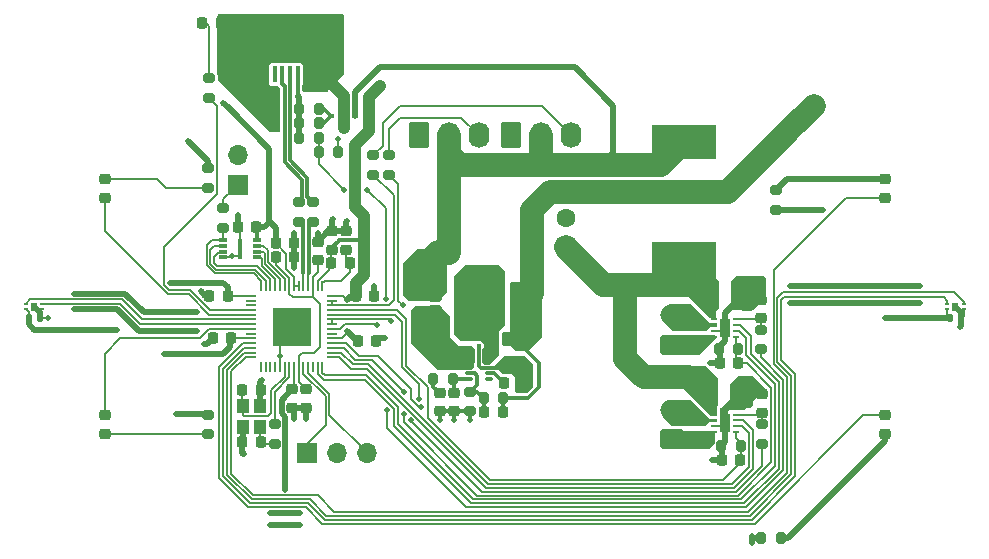
<source format=gtl>
G04 #@! TF.GenerationSoftware,KiCad,Pcbnew,(6.0.7)*
G04 #@! TF.CreationDate,2022-10-27T11:37:51+02:00*
G04 #@! TF.ProjectId,DualValveCon,4475616c-5661-46c7-9665-436f6e2e6b69,rev?*
G04 #@! TF.SameCoordinates,Original*
G04 #@! TF.FileFunction,Copper,L1,Top*
G04 #@! TF.FilePolarity,Positive*
%FSLAX46Y46*%
G04 Gerber Fmt 4.6, Leading zero omitted, Abs format (unit mm)*
G04 Created by KiCad (PCBNEW (6.0.7)) date 2022-10-27 11:37:51*
%MOMM*%
%LPD*%
G01*
G04 APERTURE LIST*
G04 Aperture macros list*
%AMRoundRect*
0 Rectangle with rounded corners*
0 $1 Rounding radius*
0 $2 $3 $4 $5 $6 $7 $8 $9 X,Y pos of 4 corners*
0 Add a 4 corners polygon primitive as box body*
4,1,4,$2,$3,$4,$5,$6,$7,$8,$9,$2,$3,0*
0 Add four circle primitives for the rounded corners*
1,1,$1+$1,$2,$3*
1,1,$1+$1,$4,$5*
1,1,$1+$1,$6,$7*
1,1,$1+$1,$8,$9*
0 Add four rect primitives between the rounded corners*
20,1,$1+$1,$2,$3,$4,$5,0*
20,1,$1+$1,$4,$5,$6,$7,0*
20,1,$1+$1,$6,$7,$8,$9,0*
20,1,$1+$1,$8,$9,$2,$3,0*%
G04 Aperture macros list end*
G04 #@! TA.AperFunction,SMDPad,CuDef*
%ADD10RoundRect,0.250000X0.325000X1.100000X-0.325000X1.100000X-0.325000X-1.100000X0.325000X-1.100000X0*%
G04 #@! TD*
G04 #@! TA.AperFunction,SMDPad,CuDef*
%ADD11RoundRect,0.050000X-0.387500X-0.050000X0.387500X-0.050000X0.387500X0.050000X-0.387500X0.050000X0*%
G04 #@! TD*
G04 #@! TA.AperFunction,SMDPad,CuDef*
%ADD12RoundRect,0.050000X-0.050000X-0.387500X0.050000X-0.387500X0.050000X0.387500X-0.050000X0.387500X0*%
G04 #@! TD*
G04 #@! TA.AperFunction,SMDPad,CuDef*
%ADD13R,3.200000X3.200000*%
G04 #@! TD*
G04 #@! TA.AperFunction,SMDPad,CuDef*
%ADD14RoundRect,0.200000X-0.275000X0.200000X-0.275000X-0.200000X0.275000X-0.200000X0.275000X0.200000X0*%
G04 #@! TD*
G04 #@! TA.AperFunction,ComponentPad*
%ADD15RoundRect,0.250000X0.750000X-0.600000X0.750000X0.600000X-0.750000X0.600000X-0.750000X-0.600000X0*%
G04 #@! TD*
G04 #@! TA.AperFunction,ComponentPad*
%ADD16O,2.000000X1.700000*%
G04 #@! TD*
G04 #@! TA.AperFunction,SMDPad,CuDef*
%ADD17RoundRect,0.250000X-0.325000X-0.650000X0.325000X-0.650000X0.325000X0.650000X-0.325000X0.650000X0*%
G04 #@! TD*
G04 #@! TA.AperFunction,SMDPad,CuDef*
%ADD18RoundRect,0.225000X0.225000X0.250000X-0.225000X0.250000X-0.225000X-0.250000X0.225000X-0.250000X0*%
G04 #@! TD*
G04 #@! TA.AperFunction,SMDPad,CuDef*
%ADD19RoundRect,0.218750X0.218750X0.256250X-0.218750X0.256250X-0.218750X-0.256250X0.218750X-0.256250X0*%
G04 #@! TD*
G04 #@! TA.AperFunction,SMDPad,CuDef*
%ADD20RoundRect,0.225000X-0.225000X-0.250000X0.225000X-0.250000X0.225000X0.250000X-0.225000X0.250000X0*%
G04 #@! TD*
G04 #@! TA.AperFunction,SMDPad,CuDef*
%ADD21R,0.750000X0.300000*%
G04 #@! TD*
G04 #@! TA.AperFunction,SMDPad,CuDef*
%ADD22R,0.300000X1.700000*%
G04 #@! TD*
G04 #@! TA.AperFunction,ComponentPad*
%ADD23RoundRect,0.250000X-0.620000X-0.845000X0.620000X-0.845000X0.620000X0.845000X-0.620000X0.845000X0*%
G04 #@! TD*
G04 #@! TA.AperFunction,ComponentPad*
%ADD24O,1.740000X2.190000*%
G04 #@! TD*
G04 #@! TA.AperFunction,SMDPad,CuDef*
%ADD25R,1.000000X1.150000*%
G04 #@! TD*
G04 #@! TA.AperFunction,SMDPad,CuDef*
%ADD26R,0.400000X1.400000*%
G04 #@! TD*
G04 #@! TA.AperFunction,ComponentPad*
%ADD27O,1.050000X1.900000*%
G04 #@! TD*
G04 #@! TA.AperFunction,SMDPad,CuDef*
%ADD28R,1.150000X1.450000*%
G04 #@! TD*
G04 #@! TA.AperFunction,SMDPad,CuDef*
%ADD29R,1.750000X1.900000*%
G04 #@! TD*
G04 #@! TA.AperFunction,SMDPad,CuDef*
%ADD30RoundRect,0.218750X0.256250X-0.218750X0.256250X0.218750X-0.256250X0.218750X-0.256250X-0.218750X0*%
G04 #@! TD*
G04 #@! TA.AperFunction,SMDPad,CuDef*
%ADD31RoundRect,0.200000X0.275000X-0.200000X0.275000X0.200000X-0.275000X0.200000X-0.275000X-0.200000X0*%
G04 #@! TD*
G04 #@! TA.AperFunction,SMDPad,CuDef*
%ADD32RoundRect,0.218750X-0.256250X0.218750X-0.256250X-0.218750X0.256250X-0.218750X0.256250X0.218750X0*%
G04 #@! TD*
G04 #@! TA.AperFunction,SMDPad,CuDef*
%ADD33RoundRect,0.055000X-0.145000X-0.055000X0.145000X-0.055000X0.145000X0.055000X-0.145000X0.055000X0*%
G04 #@! TD*
G04 #@! TA.AperFunction,SMDPad,CuDef*
%ADD34RoundRect,0.137500X-0.137500X-0.237500X0.137500X-0.237500X0.137500X0.237500X-0.137500X0.237500X0*%
G04 #@! TD*
G04 #@! TA.AperFunction,SMDPad,CuDef*
%ADD35RoundRect,0.140000X-0.140000X-0.170000X0.140000X-0.170000X0.140000X0.170000X-0.140000X0.170000X0*%
G04 #@! TD*
G04 #@! TA.AperFunction,SMDPad,CuDef*
%ADD36R,0.600000X0.450000*%
G04 #@! TD*
G04 #@! TA.AperFunction,SMDPad,CuDef*
%ADD37RoundRect,0.200000X0.200000X0.275000X-0.200000X0.275000X-0.200000X-0.275000X0.200000X-0.275000X0*%
G04 #@! TD*
G04 #@! TA.AperFunction,SMDPad,CuDef*
%ADD38RoundRect,0.250000X0.850000X-0.375000X0.850000X0.375000X-0.850000X0.375000X-0.850000X-0.375000X0*%
G04 #@! TD*
G04 #@! TA.AperFunction,SMDPad,CuDef*
%ADD39RoundRect,0.225000X-0.250000X0.225000X-0.250000X-0.225000X0.250000X-0.225000X0.250000X0.225000X0*%
G04 #@! TD*
G04 #@! TA.AperFunction,ComponentPad*
%ADD40R,1.700000X1.700000*%
G04 #@! TD*
G04 #@! TA.AperFunction,ComponentPad*
%ADD41O,1.700000X1.700000*%
G04 #@! TD*
G04 #@! TA.AperFunction,SMDPad,CuDef*
%ADD42R,0.500000X0.250000*%
G04 #@! TD*
G04 #@! TA.AperFunction,SMDPad,CuDef*
%ADD43R,0.900000X1.600000*%
G04 #@! TD*
G04 #@! TA.AperFunction,SMDPad,CuDef*
%ADD44RoundRect,0.225000X0.250000X-0.225000X0.250000X0.225000X-0.250000X0.225000X-0.250000X-0.225000X0*%
G04 #@! TD*
G04 #@! TA.AperFunction,SMDPad,CuDef*
%ADD45RoundRect,0.200000X-0.200000X-0.275000X0.200000X-0.275000X0.200000X0.275000X-0.200000X0.275000X0*%
G04 #@! TD*
G04 #@! TA.AperFunction,SMDPad,CuDef*
%ADD46R,5.400000X2.900000*%
G04 #@! TD*
G04 #@! TA.AperFunction,SMDPad,CuDef*
%ADD47RoundRect,0.200000X-0.200000X-0.525000X0.200000X-0.525000X0.200000X0.525000X-0.200000X0.525000X0*%
G04 #@! TD*
G04 #@! TA.AperFunction,SMDPad,CuDef*
%ADD48RoundRect,0.075000X-0.225000X-0.075000X0.225000X-0.075000X0.225000X0.075000X-0.225000X0.075000X0*%
G04 #@! TD*
G04 #@! TA.AperFunction,SMDPad,CuDef*
%ADD49RoundRect,0.075000X-0.075000X-0.787500X0.075000X-0.787500X0.075000X0.787500X-0.075000X0.787500X0*%
G04 #@! TD*
G04 #@! TA.AperFunction,SMDPad,CuDef*
%ADD50RoundRect,0.218750X0.381250X-0.218750X0.381250X0.218750X-0.381250X0.218750X-0.381250X-0.218750X0*%
G04 #@! TD*
G04 #@! TA.AperFunction,ComponentPad*
%ADD51R,1.600000X1.600000*%
G04 #@! TD*
G04 #@! TA.AperFunction,ComponentPad*
%ADD52C,1.600000*%
G04 #@! TD*
G04 #@! TA.AperFunction,ViaPad*
%ADD53C,0.500000*%
G04 #@! TD*
G04 #@! TA.AperFunction,Conductor*
%ADD54C,0.127000*%
G04 #@! TD*
G04 #@! TA.AperFunction,Conductor*
%ADD55C,0.200000*%
G04 #@! TD*
G04 #@! TA.AperFunction,Conductor*
%ADD56C,0.500000*%
G04 #@! TD*
G04 #@! TA.AperFunction,Conductor*
%ADD57C,0.300000*%
G04 #@! TD*
G04 #@! TA.AperFunction,Conductor*
%ADD58C,1.000000*%
G04 #@! TD*
G04 #@! TA.AperFunction,Conductor*
%ADD59C,2.000000*%
G04 #@! TD*
G04 APERTURE END LIST*
D10*
X157900000Y-88250000D03*
X154950000Y-88250000D03*
D11*
X139362500Y-86100000D03*
X139362500Y-86500000D03*
X139362500Y-86900000D03*
X139362500Y-87300000D03*
X139362500Y-87700000D03*
X139362500Y-88100000D03*
X139362500Y-88500000D03*
X139362500Y-88900000D03*
X139362500Y-89300000D03*
X139362500Y-89700000D03*
X139362500Y-90100000D03*
X139362500Y-90500000D03*
X139362500Y-90900000D03*
X139362500Y-91300000D03*
D12*
X140200000Y-92137500D03*
X140600000Y-92137500D03*
X141000000Y-92137500D03*
X141400000Y-92137500D03*
X141800000Y-92137500D03*
X142200000Y-92137500D03*
X142600000Y-92137500D03*
X143000000Y-92137500D03*
X143400000Y-92137500D03*
X143800000Y-92137500D03*
X144200000Y-92137500D03*
X144600000Y-92137500D03*
X145000000Y-92137500D03*
X145400000Y-92137500D03*
D11*
X146237500Y-91300000D03*
X146237500Y-90900000D03*
X146237500Y-90500000D03*
X146237500Y-90100000D03*
X146237500Y-89700000D03*
X146237500Y-89300000D03*
X146237500Y-88900000D03*
X146237500Y-88500000D03*
X146237500Y-88100000D03*
X146237500Y-87700000D03*
X146237500Y-87300000D03*
X146237500Y-86900000D03*
X146237500Y-86500000D03*
X146237500Y-86100000D03*
D12*
X145400000Y-85262500D03*
X145000000Y-85262500D03*
X144600000Y-85262500D03*
X144200000Y-85262500D03*
X143800000Y-85262500D03*
X143400000Y-85262500D03*
X143000000Y-85262500D03*
X142600000Y-85262500D03*
X142200000Y-85262500D03*
X141800000Y-85262500D03*
X141400000Y-85262500D03*
X141000000Y-85262500D03*
X140600000Y-85262500D03*
X140200000Y-85262500D03*
D13*
X142800000Y-88700000D03*
D14*
X143400000Y-78175000D03*
X143400000Y-79825000D03*
D15*
X175000000Y-98250000D03*
D16*
X175000000Y-95750000D03*
D17*
X159350000Y-87950000D03*
X162300000Y-87950000D03*
D10*
X181242500Y-94200000D03*
X178292500Y-94200000D03*
D18*
X139775000Y-80300000D03*
X138225000Y-80300000D03*
D19*
X147700000Y-83300000D03*
X146125000Y-83300000D03*
D20*
X141475000Y-82800000D03*
X143025000Y-82800000D03*
D21*
X136950000Y-81350000D03*
X136950000Y-81850000D03*
X136950000Y-82350000D03*
X136950000Y-82850000D03*
X139850000Y-82850000D03*
X139850000Y-82350000D03*
X139850000Y-81850000D03*
X139850000Y-81350000D03*
D22*
X138400000Y-82100000D03*
D14*
X149700000Y-74175000D03*
X149700000Y-75825000D03*
D23*
X161400000Y-72520000D03*
D24*
X163940000Y-72520000D03*
X166480000Y-72520000D03*
D25*
X138700000Y-95425000D03*
X138700000Y-97175000D03*
X140100000Y-97175000D03*
X140100000Y-95425000D03*
D26*
X143300000Y-67350000D03*
X142650000Y-67350000D03*
X142000000Y-67350000D03*
X141350000Y-67350000D03*
X140700000Y-67350000D03*
D27*
X138425000Y-64700000D03*
X145575000Y-64700000D03*
D28*
X144320000Y-66930000D03*
D29*
X140875000Y-64700000D03*
X143125000Y-64700000D03*
D28*
X139680000Y-66930000D03*
D30*
X127000000Y-97787500D03*
X127000000Y-96212500D03*
D18*
X180575000Y-91800000D03*
X179025000Y-91800000D03*
D20*
X138625000Y-94100000D03*
X140175000Y-94100000D03*
D31*
X135700000Y-97825000D03*
X135700000Y-96175000D03*
D15*
X175000000Y-90250000D03*
D16*
X175000000Y-87750000D03*
D32*
X127000000Y-76212500D03*
X127000000Y-77787500D03*
D33*
X198300000Y-87250000D03*
X199700000Y-87250000D03*
X199700000Y-86750000D03*
X198300000Y-86750000D03*
D34*
X199000000Y-87000000D03*
D35*
X120520000Y-88000000D03*
X121480000Y-88000000D03*
D14*
X182600000Y-96975000D03*
X182600000Y-98625000D03*
D18*
X180775000Y-100000000D03*
X179225000Y-100000000D03*
D36*
X148200000Y-70900000D03*
X146100000Y-70900000D03*
D14*
X144600000Y-78175000D03*
X144600000Y-79825000D03*
D30*
X193000000Y-97787500D03*
X193000000Y-96212500D03*
D37*
X180825000Y-98800000D03*
X179175000Y-98800000D03*
D32*
X193000000Y-76212500D03*
X193000000Y-77787500D03*
D38*
X161725000Y-91925000D03*
X161725000Y-89775000D03*
D35*
X198520000Y-88000000D03*
X199480000Y-88000000D03*
D20*
X148225000Y-86100000D03*
X149775000Y-86100000D03*
D39*
X144000000Y-94025000D03*
X144000000Y-95575000D03*
D40*
X144075000Y-99400000D03*
D41*
X146615000Y-99400000D03*
X149155000Y-99400000D03*
D37*
X184225000Y-106600000D03*
X182575000Y-106600000D03*
D14*
X157925000Y-94225000D03*
X157925000Y-95875000D03*
D20*
X141475000Y-81650000D03*
X143025000Y-81650000D03*
D42*
X180417500Y-89550000D03*
X180417500Y-89050000D03*
X180417500Y-88550000D03*
X180417500Y-88050000D03*
X178517500Y-88050000D03*
X178517500Y-88550000D03*
X178517500Y-89050000D03*
X178517500Y-89550000D03*
D43*
X179467500Y-88800000D03*
D37*
X145075000Y-71500000D03*
X143425000Y-71500000D03*
D19*
X136787500Y-63000000D03*
X135212500Y-63000000D03*
D31*
X137000000Y-80325000D03*
X137000000Y-78675000D03*
D18*
X162300000Y-93450000D03*
X160750000Y-93450000D03*
X137375000Y-86100000D03*
X135825000Y-86100000D03*
D39*
X142800000Y-94025000D03*
X142800000Y-95575000D03*
D44*
X147412500Y-82175000D03*
X147412500Y-80625000D03*
D23*
X153560000Y-72520000D03*
D24*
X156100000Y-72520000D03*
X158640000Y-72520000D03*
D40*
X138225000Y-76750000D03*
D41*
X138225000Y-74210000D03*
D10*
X157900000Y-85250000D03*
X154950000Y-85250000D03*
D14*
X151000000Y-74175000D03*
X151000000Y-75825000D03*
D37*
X145075000Y-70300000D03*
X143425000Y-70300000D03*
D33*
X120300000Y-87250000D03*
X121700000Y-87250000D03*
X121700000Y-86750000D03*
X120300000Y-86750000D03*
D34*
X121000000Y-87000000D03*
D45*
X145075000Y-73900000D03*
X146725000Y-73900000D03*
D31*
X135800000Y-69325000D03*
X135800000Y-67675000D03*
D14*
X183800000Y-77175000D03*
X183800000Y-78825000D03*
D20*
X148425000Y-89900000D03*
X149975000Y-89900000D03*
D42*
X180417500Y-97650000D03*
X180417500Y-97150000D03*
X180417500Y-96650000D03*
X180417500Y-96150000D03*
X178517500Y-96150000D03*
X178517500Y-96650000D03*
X178517500Y-97150000D03*
X178517500Y-97650000D03*
D43*
X179467500Y-96900000D03*
D18*
X137675000Y-89700000D03*
X136125000Y-89700000D03*
D44*
X156525000Y-95850000D03*
X156525000Y-94300000D03*
X145000000Y-83075000D03*
X145000000Y-81525000D03*
D46*
X176000000Y-82950000D03*
X176000000Y-73050000D03*
D20*
X159125000Y-95950000D03*
X160675000Y-95950000D03*
D14*
X141400000Y-96975000D03*
X141400000Y-98625000D03*
D18*
X140175000Y-98500000D03*
X138625000Y-98500000D03*
D47*
X157875000Y-91162500D03*
D48*
X157775000Y-92212500D03*
X157775000Y-92662500D03*
X157775000Y-93112500D03*
X159475000Y-93112500D03*
X159475000Y-92662500D03*
X159475000Y-92212500D03*
D47*
X159375000Y-91162500D03*
D49*
X158625000Y-91025000D03*
D45*
X143425000Y-72700000D03*
X145075000Y-72700000D03*
D10*
X181342500Y-86000000D03*
X178392500Y-86000000D03*
D37*
X156450000Y-93100000D03*
X154800000Y-93100000D03*
X180625000Y-90600000D03*
X178975000Y-90600000D03*
D50*
X153525000Y-87812500D03*
X153525000Y-85687500D03*
D51*
X166000000Y-82000000D03*
D52*
X166000000Y-79500000D03*
D37*
X160700000Y-94750000D03*
X159050000Y-94750000D03*
D44*
X182567500Y-87975000D03*
X182567500Y-86425000D03*
X182600000Y-95975000D03*
X182600000Y-94425000D03*
X155325000Y-95875000D03*
X155325000Y-94325000D03*
X146212500Y-82175000D03*
X146212500Y-80625000D03*
D14*
X182500000Y-88975000D03*
X182500000Y-90625000D03*
D17*
X159350000Y-85850000D03*
X162300000Y-85850000D03*
D31*
X135700000Y-76925000D03*
X135700000Y-75275000D03*
D53*
X142000000Y-87750000D03*
X180200000Y-93700000D03*
X146300000Y-79600000D03*
X182700000Y-84700000D03*
X143500000Y-104500000D03*
X195400000Y-86700000D03*
X160425000Y-86350000D03*
X182200000Y-93700000D03*
X180200000Y-94300000D03*
X135400000Y-90200000D03*
X160425000Y-85350000D03*
X144000000Y-96500000D03*
X150700000Y-89700000D03*
X160425000Y-87450000D03*
X141000000Y-105500000D03*
X147200000Y-70400000D03*
X137750000Y-82750000D03*
X125000000Y-87226500D03*
X185600000Y-86700000D03*
X178400000Y-100000000D03*
X147200000Y-71200000D03*
X199400000Y-88700000D03*
X125000000Y-85900000D03*
X149800000Y-85300000D03*
X134800000Y-89100000D03*
X143000000Y-80800000D03*
X143750000Y-87750000D03*
X143750000Y-89750000D03*
X143000000Y-83700000D03*
X138750000Y-99500000D03*
X140600000Y-71400000D03*
X156925000Y-85350000D03*
X195400000Y-85300000D03*
X178200000Y-91800000D03*
X134300000Y-89100000D03*
X124400000Y-85900000D03*
X147500000Y-79750000D03*
X180400000Y-86600000D03*
X179500000Y-96532500D03*
X180400000Y-85400000D03*
X156525000Y-96650000D03*
X179467500Y-88332500D03*
X180200000Y-94900000D03*
X156925000Y-84450000D03*
X160425000Y-88350000D03*
X135100000Y-85700000D03*
X122200000Y-88000000D03*
X134300000Y-87500000D03*
X145000000Y-80750000D03*
X141000000Y-104500000D03*
X146700000Y-72800000D03*
X155325000Y-96650000D03*
X185000000Y-86700000D03*
X143500000Y-105500000D03*
X179467500Y-89232500D03*
X141800000Y-91200000D03*
X141500000Y-71800000D03*
X157925000Y-96650000D03*
X196000000Y-86700000D03*
X156925000Y-87450000D03*
X160025000Y-89950000D03*
X185000000Y-85300000D03*
X140250000Y-93250000D03*
X141500000Y-70400000D03*
X139600000Y-70400000D03*
X196000000Y-85300000D03*
X179500000Y-97300000D03*
X138250000Y-79250000D03*
X185600000Y-85300000D03*
X141800000Y-89700000D03*
X156925000Y-86450000D03*
X134800000Y-87500000D03*
X156925000Y-88450000D03*
X147200000Y-71900000D03*
X124400000Y-87227000D03*
X143000000Y-96500000D03*
X159425000Y-89950000D03*
X193700000Y-88000000D03*
X187800000Y-78800000D03*
X128000000Y-89000000D03*
X149850000Y-68750000D03*
X142252000Y-102500000D03*
X127300000Y-89000000D03*
X132500000Y-85000000D03*
X142252000Y-102000000D03*
X133000000Y-85000000D03*
X137375000Y-70125000D03*
X181800000Y-107000000D03*
X133000000Y-91000000D03*
X147500000Y-89100000D03*
X150300000Y-68300000D03*
X147500000Y-86423500D03*
X181800000Y-106400000D03*
X132000000Y-91000000D03*
X186500000Y-70500000D03*
X187000000Y-70000000D03*
X133000000Y-96100000D03*
X185000000Y-72000000D03*
X186000000Y-71000000D03*
X134000000Y-73000000D03*
X185500000Y-71500000D03*
X193000000Y-88000000D03*
X187175000Y-78825000D03*
X137000000Y-69750000D03*
X153600000Y-94800000D03*
X152288063Y-96061937D03*
X147200000Y-77100000D03*
X149200000Y-77100000D03*
X150000000Y-88600000D03*
X150800000Y-86400000D03*
X152200000Y-86900000D03*
X151250000Y-88200000D03*
X152336937Y-94263063D03*
X150863063Y-95736937D03*
X153750000Y-95550000D03*
X152863063Y-96636937D03*
D54*
X142200000Y-92937552D02*
X142200000Y-92137500D01*
X138800000Y-96300000D02*
X140800000Y-96300000D01*
X140800000Y-96300000D02*
X141073000Y-96027000D01*
X141073000Y-96027000D02*
X141073000Y-94064552D01*
X141073000Y-94064552D02*
X142200000Y-92937552D01*
X138700000Y-96200000D02*
X138800000Y-96300000D01*
D55*
X138625000Y-95350000D02*
X138700000Y-95425000D01*
D54*
X138700000Y-95425000D02*
X138700000Y-96200000D01*
D55*
X138625000Y-94100000D02*
X138625000Y-95350000D01*
X137650000Y-82850000D02*
X137750000Y-82750000D01*
D56*
X179467500Y-88800000D02*
X179467500Y-88332500D01*
X147412500Y-80625000D02*
X147412500Y-79837500D01*
X199480000Y-88000000D02*
X199480000Y-88620000D01*
X179225000Y-100000000D02*
X178400000Y-100000000D01*
X199480000Y-88620000D02*
X199400000Y-88700000D01*
D55*
X141800000Y-91200000D02*
X141800000Y-89700000D01*
X138400000Y-82100000D02*
X138400000Y-80475000D01*
D56*
X138700000Y-97175000D02*
X138700000Y-98425000D01*
D57*
X155325000Y-95875000D02*
X155325000Y-96650000D01*
D55*
X141800000Y-89700000D02*
X142800000Y-88700000D01*
D56*
X180150000Y-95150000D02*
X181100000Y-94200000D01*
X179500000Y-95800000D02*
X180150000Y-95150000D01*
X181900000Y-84700000D02*
X182700000Y-84700000D01*
X145000000Y-81525000D02*
X145000000Y-81500000D01*
D57*
X155325000Y-95875000D02*
X157925000Y-95875000D01*
D56*
X149800000Y-86075000D02*
X149775000Y-86100000D01*
X135100000Y-85700000D02*
X135500000Y-86100000D01*
D58*
X147200000Y-71200000D02*
X147200000Y-71900000D01*
D57*
X156525000Y-95850000D02*
X156525000Y-96650000D01*
D56*
X138625000Y-99375000D02*
X138625000Y-98500000D01*
X147412500Y-79837500D02*
X147500000Y-79750000D01*
X121480000Y-87480000D02*
X121480000Y-88000000D01*
X195400000Y-85300000D02*
X196000000Y-85300000D01*
D55*
X138225000Y-79275000D02*
X138250000Y-79250000D01*
D56*
X125000000Y-87226500D02*
X124999500Y-87227000D01*
X143025000Y-82800000D02*
X143025000Y-83675000D01*
X138750000Y-99500000D02*
X138625000Y-99375000D01*
X129900000Y-89100000D02*
X134800000Y-89100000D01*
D55*
X146725000Y-73900000D02*
X146725000Y-72825000D01*
D56*
X179025000Y-90650000D02*
X178975000Y-90600000D01*
X180200000Y-94900000D02*
X180200000Y-94300000D01*
D55*
X179217500Y-89050000D02*
X179467500Y-88800000D01*
D56*
X195400000Y-86700000D02*
X196000000Y-86700000D01*
X145000000Y-81500000D02*
X145875000Y-80625000D01*
X138700000Y-98425000D02*
X138625000Y-98500000D01*
X140100000Y-93400000D02*
X140250000Y-93250000D01*
D55*
X121480000Y-88000000D02*
X122200000Y-88000000D01*
D56*
X125000000Y-85900000D02*
X128700000Y-85900000D01*
X140100000Y-94175000D02*
X140175000Y-94100000D01*
X181467500Y-94425000D02*
X181242500Y-94200000D01*
D55*
X179217500Y-97150000D02*
X179467500Y-96900000D01*
D56*
X185000000Y-86700000D02*
X195400000Y-86700000D01*
X179225000Y-100000000D02*
X179225000Y-98850000D01*
X180400000Y-86600000D02*
X181000000Y-86000000D01*
X181342500Y-86000000D02*
X181342500Y-85257500D01*
D55*
X141800000Y-92137500D02*
X141800000Y-91200000D01*
D56*
X179025000Y-91800000D02*
X178200000Y-91800000D01*
D58*
X145575000Y-67575000D02*
X146600000Y-68600000D01*
D55*
X199700000Y-87250000D02*
X199700000Y-87780000D01*
D56*
X185600000Y-85300000D02*
X195400000Y-85300000D01*
X180400000Y-86600000D02*
X179467500Y-87532500D01*
X140100000Y-95425000D02*
X140100000Y-94175000D01*
X149800000Y-85300000D02*
X149800000Y-86075000D01*
X179025000Y-91800000D02*
X179025000Y-90650000D01*
X181342500Y-85257500D02*
X181900000Y-84700000D01*
X143500000Y-104500000D02*
X141000000Y-104500000D01*
D55*
X138400000Y-82750000D02*
X137750000Y-82750000D01*
D56*
X143000000Y-95775000D02*
X143000000Y-96500000D01*
X145000000Y-81525000D02*
X145000000Y-80750000D01*
X179467500Y-87532500D02*
X179467500Y-88332500D01*
X179500000Y-96932500D02*
X179467500Y-96900000D01*
D58*
X146600000Y-68600000D02*
X147200000Y-69200000D01*
D56*
X135400000Y-90200000D02*
X135625000Y-90200000D01*
X130300000Y-87500000D02*
X134800000Y-87500000D01*
D55*
X136887500Y-62800000D02*
X138425000Y-64337500D01*
X178517500Y-97150000D02*
X179217500Y-97150000D01*
D56*
X146212500Y-79687500D02*
X146300000Y-79600000D01*
X180150000Y-95150000D02*
X180200000Y-95100000D01*
X144000000Y-95575000D02*
X144000000Y-96500000D01*
X143025000Y-80825000D02*
X143025000Y-81650000D01*
X128026500Y-87226500D02*
X129900000Y-89100000D01*
X128700000Y-85900000D02*
X130300000Y-87500000D01*
D58*
X147200000Y-70400000D02*
X147200000Y-70900000D01*
D56*
X178975000Y-90600000D02*
X178975000Y-90425000D01*
X185000000Y-85300000D02*
X185600000Y-85300000D01*
D55*
X178517500Y-89050000D02*
X179217500Y-89050000D01*
D56*
X179467500Y-89232500D02*
X179467500Y-88800000D01*
X182600000Y-94425000D02*
X181467500Y-94425000D01*
D57*
X157925000Y-95875000D02*
X157925000Y-96650000D01*
D56*
X179225000Y-98850000D02*
X179175000Y-98800000D01*
X125000000Y-87226500D02*
X128026500Y-87226500D01*
X142800000Y-95575000D02*
X144000000Y-95575000D01*
X181100000Y-94200000D02*
X181242500Y-94200000D01*
X179500000Y-96532500D02*
X179500000Y-95800000D01*
X179467500Y-96565000D02*
X179500000Y-96532500D01*
D55*
X138400000Y-80475000D02*
X138225000Y-80300000D01*
D56*
X140100000Y-95425000D02*
X140100000Y-93400000D01*
D58*
X147200000Y-70900000D02*
X147200000Y-71200000D01*
D56*
X135500000Y-86100000D02*
X135825000Y-86100000D01*
X179175000Y-98800000D02*
X179500000Y-98475000D01*
X179500000Y-97300000D02*
X179500000Y-96932500D01*
X180200000Y-95100000D02*
X180200000Y-94900000D01*
X124999500Y-87227000D02*
X124400000Y-87227000D01*
X143000000Y-80800000D02*
X143025000Y-80825000D01*
X143025000Y-82800000D02*
X143025000Y-81650000D01*
D55*
X138400000Y-82100000D02*
X138400000Y-82750000D01*
D56*
X125000000Y-85900000D02*
X124400000Y-85900000D01*
X199480000Y-87480000D02*
X199480000Y-88000000D01*
X181000000Y-86000000D02*
X181342500Y-86000000D01*
X149775000Y-89700000D02*
X150700000Y-89700000D01*
X146212500Y-80625000D02*
X146212500Y-79687500D01*
X199000000Y-87000000D02*
X199480000Y-87480000D01*
X179500000Y-98475000D02*
X179500000Y-97300000D01*
D58*
X147200000Y-69200000D02*
X147200000Y-70400000D01*
D56*
X142800000Y-95575000D02*
X143000000Y-95775000D01*
X180200000Y-94300000D02*
X180200000Y-93700000D01*
X143500000Y-105500000D02*
X141000000Y-105500000D01*
X143025000Y-83675000D02*
X143000000Y-83700000D01*
D55*
X146725000Y-72825000D02*
X146700000Y-72800000D01*
X136950000Y-82850000D02*
X137650000Y-82850000D01*
D56*
X179467500Y-96900000D02*
X179467500Y-96565000D01*
D55*
X199700000Y-87780000D02*
X199480000Y-88000000D01*
X138425000Y-64337500D02*
X138425000Y-64700000D01*
D56*
X145875000Y-80625000D02*
X147412500Y-80625000D01*
X138225000Y-80300000D02*
X138225000Y-79275000D01*
D58*
X145575000Y-64700000D02*
X145575000Y-67575000D01*
D56*
X179467500Y-89932500D02*
X179467500Y-89232500D01*
D55*
X121480000Y-88000000D02*
X121480000Y-87470000D01*
D56*
X135625000Y-90200000D02*
X136125000Y-89700000D01*
X178975000Y-90425000D02*
X179467500Y-89932500D01*
D55*
X121480000Y-87470000D02*
X121700000Y-87250000D01*
D56*
X121000000Y-87000000D02*
X121480000Y-87480000D01*
D54*
X140300000Y-98625000D02*
X140175000Y-98500000D01*
X140100000Y-97175000D02*
X140100000Y-98425000D01*
X140100000Y-98425000D02*
X140175000Y-98500000D01*
X141400000Y-98625000D02*
X140300000Y-98625000D01*
D55*
X147100000Y-89700000D02*
X147600000Y-89200000D01*
X142348000Y-82523000D02*
X141475000Y-81650000D01*
D56*
X127300000Y-89000000D02*
X128000000Y-89000000D01*
X141475000Y-80375000D02*
X140925000Y-79825000D01*
X135700000Y-96175000D02*
X135625000Y-96100000D01*
D55*
X143400000Y-85262500D02*
X143000000Y-85262500D01*
D56*
X147500000Y-86423500D02*
X147823500Y-86100000D01*
X142252000Y-102000000D02*
X142252000Y-96353357D01*
D55*
X145000000Y-84833263D02*
X145933263Y-83900000D01*
D56*
X135700000Y-75075000D02*
X135700000Y-74700000D01*
D58*
X162300000Y-85850000D02*
X162300000Y-87950000D01*
D57*
X139850000Y-80375000D02*
X139775000Y-80300000D01*
D56*
X183800000Y-78825000D02*
X187175000Y-78825000D01*
D57*
X163725000Y-91775000D02*
X161725000Y-89775000D01*
D55*
X120520000Y-87470000D02*
X120300000Y-87250000D01*
D58*
X148225000Y-86100000D02*
X148225000Y-84975000D01*
D56*
X181800000Y-107000000D02*
X181800000Y-106700000D01*
D59*
X185500000Y-71500000D02*
X186000000Y-71000000D01*
D56*
X142252000Y-102000000D02*
X142252000Y-102500000D01*
D55*
X137800000Y-89700000D02*
X139362500Y-89700000D01*
D56*
X137375000Y-70125000D02*
X137000000Y-69750000D01*
X142252000Y-96353357D02*
X141948000Y-96049357D01*
D58*
X148900000Y-84300000D02*
X148900000Y-81400000D01*
D56*
X139775000Y-80300000D02*
X140450000Y-80300000D01*
D58*
X162300000Y-87950000D02*
X162300000Y-89200000D01*
D56*
X137375000Y-85375000D02*
X137000000Y-85000000D01*
D55*
X142348000Y-83848000D02*
X142348000Y-82523000D01*
D56*
X198520000Y-88000000D02*
X193700000Y-88000000D01*
D58*
X148900000Y-79300000D02*
X148500000Y-78900000D01*
D57*
X160700000Y-94750000D02*
X162825000Y-94750000D01*
D56*
X141948000Y-94877000D02*
X142800000Y-94025000D01*
D55*
X147500000Y-86423500D02*
X147901500Y-86423500D01*
D59*
X179700000Y-77300000D02*
X185000000Y-72000000D01*
D57*
X146212500Y-81987500D02*
X146700000Y-81500000D01*
D56*
X148300000Y-89900000D02*
X148425000Y-89900000D01*
D57*
X139850000Y-81350000D02*
X139850000Y-80375000D01*
D56*
X141948000Y-96049357D02*
X141948000Y-94877000D01*
X141475000Y-81650000D02*
X141475000Y-80375000D01*
D59*
X164700000Y-77300000D02*
X179700000Y-77300000D01*
D56*
X120520000Y-88000000D02*
X120520000Y-88520000D01*
D55*
X147176500Y-86100000D02*
X147500000Y-86423500D01*
D56*
X147823500Y-86100000D02*
X148225000Y-86100000D01*
X193700000Y-88000000D02*
X193000000Y-88000000D01*
X187175000Y-78825000D02*
X187775000Y-78825000D01*
X181800000Y-107000000D02*
X181800000Y-106400000D01*
X135700000Y-74700000D02*
X134000000Y-73000000D01*
D58*
X148900000Y-81400000D02*
X148900000Y-79300000D01*
D56*
X133000000Y-85000000D02*
X132500000Y-85000000D01*
D58*
X149373000Y-71800000D02*
X149373000Y-69227000D01*
D56*
X187775000Y-78825000D02*
X187800000Y-78800000D01*
X135625000Y-96100000D02*
X133000000Y-96100000D01*
D55*
X145945763Y-83300000D02*
X146125000Y-83300000D01*
D56*
X137375000Y-86100000D02*
X137375000Y-85375000D01*
D55*
X146237500Y-86100000D02*
X147176500Y-86100000D01*
D57*
X146800000Y-81400000D02*
X148900000Y-81400000D01*
D55*
X198300000Y-87250000D02*
X198300000Y-87780000D01*
D57*
X160700000Y-95925000D02*
X160675000Y-95950000D01*
D55*
X139362500Y-86100000D02*
X137375000Y-86100000D01*
D58*
X148200000Y-73300000D02*
X149373000Y-72127000D01*
D55*
X145933263Y-83491737D02*
X146125000Y-83300000D01*
D56*
X147600000Y-89200000D02*
X148300000Y-89900000D01*
D57*
X162825000Y-94750000D02*
X163725000Y-93850000D01*
D56*
X137600000Y-90400000D02*
X137000000Y-91000000D01*
X181900000Y-106600000D02*
X182575000Y-106600000D01*
D55*
X145933263Y-83900000D02*
X145933263Y-83491737D01*
D56*
X137000000Y-91000000D02*
X135000000Y-91000000D01*
X140900000Y-73650000D02*
X137375000Y-70125000D01*
D55*
X147901500Y-86423500D02*
X148225000Y-86100000D01*
X137600000Y-89900000D02*
X137800000Y-89700000D01*
D58*
X149850000Y-68750000D02*
X150300000Y-68300000D01*
D59*
X163175000Y-78825000D02*
X164700000Y-77300000D01*
D57*
X146700000Y-81500000D02*
X146800000Y-81400000D01*
X146212500Y-82175000D02*
X146212500Y-81987500D01*
D58*
X148225000Y-84975000D02*
X148900000Y-84300000D01*
D56*
X121000000Y-89000000D02*
X127300000Y-89000000D01*
X140900000Y-79800000D02*
X140900000Y-73650000D01*
X120520000Y-88520000D02*
X121000000Y-89000000D01*
X137000000Y-85000000D02*
X133000000Y-85000000D01*
X181800000Y-106700000D02*
X181900000Y-106600000D01*
D59*
X186000000Y-71000000D02*
X186500000Y-70500000D01*
D58*
X149373000Y-72127000D02*
X149373000Y-71800000D01*
D55*
X120520000Y-88000000D02*
X120520000Y-87470000D01*
D59*
X163175000Y-85900000D02*
X163175000Y-78825000D01*
D58*
X162300000Y-89200000D02*
X161725000Y-89775000D01*
D56*
X140450000Y-80300000D02*
X140925000Y-79825000D01*
D57*
X160700000Y-94750000D02*
X160700000Y-95925000D01*
D55*
X143000000Y-92137500D02*
X143000000Y-94025000D01*
X145000000Y-85262500D02*
X145000000Y-84833263D01*
D58*
X149373000Y-69227000D02*
X149850000Y-68750000D01*
D55*
X146237500Y-89700000D02*
X147100000Y-89700000D01*
X143000000Y-85262500D02*
X143000000Y-84500000D01*
X146125000Y-82262500D02*
X146212500Y-82175000D01*
X146125000Y-83300000D02*
X146125000Y-82262500D01*
D57*
X163725000Y-93850000D02*
X163725000Y-91775000D01*
D55*
X143000000Y-84500000D02*
X142348000Y-83848000D01*
D59*
X185000000Y-72000000D02*
X185500000Y-71500000D01*
D55*
X198300000Y-87780000D02*
X198520000Y-88000000D01*
D56*
X147600000Y-89200000D02*
X147500000Y-89100000D01*
D58*
X148200000Y-78600000D02*
X148200000Y-73300000D01*
D56*
X133000000Y-91000000D02*
X132000000Y-91000000D01*
D58*
X148500000Y-78900000D02*
X148200000Y-78600000D01*
D56*
X135000000Y-91000000D02*
X133000000Y-91000000D01*
X140925000Y-79825000D02*
X140900000Y-79800000D01*
D59*
X186500000Y-70500000D02*
X187000000Y-70000000D01*
D56*
X137600000Y-89900000D02*
X137600000Y-90400000D01*
D55*
X147412500Y-83012500D02*
X147700000Y-83300000D01*
X146950000Y-84800000D02*
X147700000Y-84050000D01*
X145400000Y-85000000D02*
X145600000Y-84800000D01*
X147700000Y-84050000D02*
X147700000Y-83300000D01*
X145400000Y-85262500D02*
X145400000Y-85000000D01*
X147412500Y-82175000D02*
X147412500Y-83012500D01*
X145600000Y-84800000D02*
X146950000Y-84800000D01*
D59*
X164000000Y-75000000D02*
X169000000Y-75000000D01*
D56*
X166750000Y-66750000D02*
X170000000Y-70000000D01*
X170000000Y-70000000D02*
X170000000Y-74000000D01*
D59*
X156100000Y-74100000D02*
X156100000Y-82450000D01*
X154125000Y-83500000D02*
X154125000Y-83950000D01*
X156100000Y-72520000D02*
X156100000Y-74100000D01*
X157000000Y-75000000D02*
X164000000Y-75000000D01*
X174050000Y-75000000D02*
X176000000Y-73050000D01*
X163940000Y-72520000D02*
X163940000Y-74940000D01*
D56*
X148200000Y-70900000D02*
X148200000Y-68800000D01*
X148200000Y-68800000D02*
X150250000Y-66750000D01*
D59*
X169000000Y-75000000D02*
X174050000Y-75000000D01*
X156100000Y-74100000D02*
X157000000Y-75000000D01*
D56*
X170000000Y-74000000D02*
X169000000Y-75000000D01*
D59*
X155225000Y-82400000D02*
X154125000Y-83500000D01*
D56*
X150250000Y-66750000D02*
X166750000Y-66750000D01*
D59*
X163940000Y-74940000D02*
X164000000Y-75000000D01*
D55*
X142600000Y-85262500D02*
X142600000Y-85900000D01*
X142600000Y-85900000D02*
X142900000Y-86200000D01*
X144700000Y-90900000D02*
X143700000Y-90900000D01*
X143400000Y-91200000D02*
X143400000Y-92137500D01*
X144600000Y-86200000D02*
X145200000Y-86800000D01*
X144600000Y-84500000D02*
X145000000Y-84100000D01*
X143700000Y-90900000D02*
X143400000Y-91200000D01*
X142900000Y-86200000D02*
X144600000Y-86200000D01*
X144600000Y-86200000D02*
X144600000Y-85262500D01*
X145000000Y-84100000D02*
X145000000Y-83075000D01*
X143400000Y-93425000D02*
X144000000Y-94025000D01*
X145200000Y-90400000D02*
X144700000Y-90900000D01*
X144600000Y-85262500D02*
X144600000Y-84500000D01*
X142600000Y-85262500D02*
X142600000Y-84600000D01*
X141475000Y-83475000D02*
X141475000Y-82800000D01*
X145200000Y-86800000D02*
X145200000Y-90400000D01*
X143400000Y-92137500D02*
X143400000Y-93425000D01*
X142600000Y-84600000D02*
X141475000Y-83475000D01*
D57*
X154800000Y-93100000D02*
X154800000Y-93800000D01*
X154800000Y-93800000D02*
X155325000Y-94325000D01*
X161437500Y-92212500D02*
X161725000Y-91925000D01*
X162300000Y-92500000D02*
X161725000Y-91925000D01*
X158625000Y-92050000D02*
X158787500Y-92212500D01*
X159475000Y-92212500D02*
X161437500Y-92212500D01*
X162300000Y-93450000D02*
X162300000Y-92500000D01*
X158787500Y-92212500D02*
X159475000Y-92212500D01*
X158625000Y-91025000D02*
X158625000Y-92050000D01*
X159475000Y-92662500D02*
X159962500Y-92662500D01*
X159962500Y-92662500D02*
X160750000Y-93450000D01*
X156462500Y-93112500D02*
X156450000Y-93100000D01*
X157775000Y-93112500D02*
X156462500Y-93112500D01*
X156525000Y-93175000D02*
X156450000Y-93100000D01*
X156525000Y-94300000D02*
X156525000Y-93175000D01*
X157925000Y-94225000D02*
X158525000Y-94225000D01*
X159050000Y-95875000D02*
X159125000Y-95950000D01*
X158525000Y-92850000D02*
X158525000Y-93625000D01*
X158525000Y-93625000D02*
X157925000Y-94225000D01*
X158337500Y-92662500D02*
X158525000Y-92850000D01*
X159050000Y-94750000D02*
X159050000Y-95875000D01*
X157775000Y-92662500D02*
X158337500Y-92662500D01*
X158525000Y-94225000D02*
X159050000Y-94750000D01*
D55*
X180417500Y-88050000D02*
X182492500Y-88050000D01*
X182500000Y-88042500D02*
X182567500Y-87975000D01*
X182492500Y-88050000D02*
X182567500Y-87975000D01*
X182500000Y-88975000D02*
X182500000Y-88042500D01*
X180417500Y-96150000D02*
X182600000Y-96150000D01*
X182600000Y-96150000D02*
X182600000Y-96975000D01*
X181321250Y-91800000D02*
X180575000Y-91800000D01*
X180592000Y-103008000D02*
X183400000Y-100200000D01*
X183400000Y-100200000D02*
X183400000Y-93878750D01*
X158508000Y-103008000D02*
X180592000Y-103008000D01*
X151550000Y-87700000D02*
X146237500Y-87700000D01*
X183400000Y-93878750D02*
X181321250Y-91800000D01*
X180417500Y-91642500D02*
X180575000Y-91800000D01*
X152288063Y-96061937D02*
X152288063Y-96788063D01*
X153600000Y-93600000D02*
X152150000Y-92150000D01*
X180417500Y-89550000D02*
X180417500Y-91642500D01*
X152150000Y-92150000D02*
X152150000Y-88300000D01*
X152150000Y-88300000D02*
X151550000Y-87700000D01*
X152288063Y-96788063D02*
X158508000Y-103008000D01*
X153600000Y-94800000D02*
X153600000Y-93600000D01*
X179300000Y-101700000D02*
X159600000Y-101700000D01*
X154300000Y-93837552D02*
X152477000Y-92014552D01*
X159600000Y-101700000D02*
X154300000Y-96400000D01*
X152477000Y-92014552D02*
X152477000Y-88027000D01*
X180417500Y-97650000D02*
X180417500Y-98100000D01*
X180825000Y-99092500D02*
X180825000Y-100175000D01*
X180417500Y-98100000D02*
X181117500Y-98800000D01*
X154300000Y-96400000D02*
X154300000Y-93837552D01*
X152477000Y-88027000D02*
X151750000Y-87300000D01*
X151750000Y-87300000D02*
X146237500Y-87300000D01*
X181117500Y-98800000D02*
X180825000Y-99092500D01*
X180825000Y-100175000D02*
X179300000Y-101700000D01*
D59*
X176400000Y-93000000D02*
X176800000Y-93400000D01*
X171050000Y-85150000D02*
X171050000Y-91450000D01*
X169150000Y-85150000D02*
X171050000Y-85150000D01*
X176950000Y-85150000D02*
X177100000Y-85300000D01*
X171200000Y-91600000D02*
X172600000Y-93000000D01*
X171050000Y-85150000D02*
X176950000Y-85150000D01*
X175100000Y-93000000D02*
X176400000Y-93000000D01*
X166000000Y-82000000D02*
X169150000Y-85150000D01*
X172600000Y-93000000D02*
X175100000Y-93000000D01*
X171050000Y-91450000D02*
X171200000Y-91600000D01*
D57*
X145075000Y-70300000D02*
X145500000Y-70300000D01*
X145500000Y-70300000D02*
X146100000Y-70900000D01*
X145500000Y-71500000D02*
X146100000Y-70900000D01*
X145075000Y-71500000D02*
X145500000Y-71500000D01*
D55*
X127000000Y-97787500D02*
X135662500Y-97787500D01*
X135662500Y-97787500D02*
X135700000Y-97825000D01*
X135800000Y-67675000D02*
X135800000Y-63287500D01*
X135800000Y-63287500D02*
X135312500Y-62800000D01*
X131412500Y-76212500D02*
X132125000Y-76925000D01*
X132125000Y-76925000D02*
X135700000Y-76925000D01*
X127000000Y-76212500D02*
X131412500Y-76212500D01*
X132289972Y-85927000D02*
X134064552Y-85927000D01*
X127000000Y-80637028D02*
X132289972Y-85927000D01*
X134064552Y-85927000D02*
X135837552Y-87700000D01*
X127000000Y-77787500D02*
X127000000Y-80637028D01*
X135837552Y-87700000D02*
X139362500Y-87700000D01*
D56*
X193000000Y-76212500D02*
X184762500Y-76212500D01*
X184762500Y-76212500D02*
X183800000Y-77175000D01*
X184825000Y-106600000D02*
X193000000Y-98425000D01*
X193000000Y-98425000D02*
X193000000Y-97787500D01*
X184225000Y-106600000D02*
X184825000Y-106600000D01*
X143300000Y-69200000D02*
X143425000Y-69325000D01*
D57*
X143425000Y-72175000D02*
X143425000Y-70300000D01*
X143300000Y-67350000D02*
X143300000Y-69200000D01*
D56*
X143425000Y-69325000D02*
X143425000Y-72175000D01*
D57*
X143425000Y-72700000D02*
X143425000Y-72175000D01*
X143425000Y-70175000D02*
X143425000Y-70300000D01*
X142627000Y-74623131D02*
X144127000Y-76123131D01*
X142650000Y-67350000D02*
X142627000Y-67373000D01*
X144127000Y-77702000D02*
X144600000Y-78175000D01*
X142627000Y-67373000D02*
X142627000Y-74623131D01*
X144127000Y-76123131D02*
X144127000Y-77702000D01*
X143700000Y-77875000D02*
X143400000Y-78175000D01*
X142200000Y-74800000D02*
X143700000Y-76300000D01*
X142000000Y-68127000D02*
X142200000Y-68327000D01*
X143700000Y-76300000D02*
X143700000Y-77875000D01*
X142000000Y-67350000D02*
X142000000Y-68127000D01*
X142200000Y-68327000D02*
X142200000Y-74800000D01*
D54*
X145700000Y-94600000D02*
X145700000Y-97000000D01*
X144075000Y-98625000D02*
X144075000Y-99400000D01*
X143800000Y-92700000D02*
X145700000Y-94600000D01*
X145700000Y-97000000D02*
X144075000Y-98625000D01*
X143800000Y-92137500D02*
X143800000Y-92700000D01*
X146000000Y-96200000D02*
X149155000Y-99355000D01*
X146000000Y-94440790D02*
X146000000Y-96200000D01*
X149155000Y-99355000D02*
X149155000Y-99400000D01*
X144200000Y-92137500D02*
X144200000Y-92640790D01*
X144200000Y-92640790D02*
X146000000Y-94440790D01*
D55*
X137000000Y-77935000D02*
X137960000Y-76975000D01*
X137000000Y-78675000D02*
X137000000Y-77935000D01*
X152000000Y-70000000D02*
X163960000Y-70000000D01*
X150500000Y-73375000D02*
X150500000Y-71500000D01*
X150500000Y-71500000D02*
X152000000Y-70000000D01*
X163960000Y-70000000D02*
X166480000Y-72520000D01*
X149700000Y-74175000D02*
X150500000Y-73375000D01*
X152000000Y-71000000D02*
X151000000Y-72000000D01*
X151000000Y-72000000D02*
X151000000Y-74175000D01*
X158640000Y-72520000D02*
X157120000Y-71000000D01*
X157120000Y-71000000D02*
X152000000Y-71000000D01*
X175700000Y-89550000D02*
X175000000Y-90250000D01*
X178517500Y-89550000D02*
X175700000Y-89550000D01*
X178517500Y-88550000D02*
X175800000Y-88550000D01*
X175800000Y-88550000D02*
X175000000Y-87750000D01*
X178517500Y-97650000D02*
X175600000Y-97650000D01*
X175600000Y-97650000D02*
X175000000Y-98250000D01*
X175058750Y-95750000D02*
X175000000Y-95750000D01*
X178517500Y-96650000D02*
X175958750Y-96650000D01*
X175958750Y-96650000D02*
X175058750Y-95750000D01*
D54*
X142600000Y-93000000D02*
X141400000Y-94200000D01*
X142600000Y-92137500D02*
X142600000Y-93000000D01*
X141400000Y-94200000D02*
X141400000Y-96975000D01*
D55*
X143800000Y-85262500D02*
X143800000Y-84200000D01*
D57*
X143800000Y-80225000D02*
X143400000Y-79825000D01*
X143800000Y-84200000D02*
X143800000Y-80225000D01*
X144600000Y-79825000D02*
X144575000Y-79825000D01*
X144227000Y-80173000D02*
X144227000Y-84200000D01*
D55*
X144200000Y-84200000D02*
X144200000Y-85262500D01*
D57*
X144575000Y-79825000D02*
X144227000Y-80173000D01*
D54*
X136300000Y-84200000D02*
X135600000Y-83500000D01*
D55*
X137000000Y-80325000D02*
X137000000Y-81300000D01*
D54*
X140200000Y-84800000D02*
X139600000Y-84200000D01*
X140200000Y-85262500D02*
X140200000Y-84800000D01*
X135600000Y-83500000D02*
X135600000Y-81800000D01*
X139600000Y-84200000D02*
X136300000Y-84200000D01*
D55*
X137000000Y-81300000D02*
X136950000Y-81350000D01*
D54*
X135600000Y-81800000D02*
X136050000Y-81350000D01*
X136050000Y-81350000D02*
X136950000Y-81350000D01*
D55*
X132023000Y-81977000D02*
X132023000Y-85197580D01*
X132425420Y-85600000D02*
X134200000Y-85600000D01*
X136500000Y-77500000D02*
X132023000Y-81977000D01*
X134200000Y-85600000D02*
X135900000Y-87300000D01*
X135800000Y-69325000D02*
X136500000Y-70025000D01*
X135900000Y-87300000D02*
X139362500Y-87300000D01*
X132023000Y-85197580D02*
X132425420Y-85600000D01*
X136500000Y-70025000D02*
X136500000Y-77500000D01*
X147300000Y-88500000D02*
X146900000Y-88900000D01*
X145075000Y-73900000D02*
X145075000Y-74975000D01*
X145075000Y-73900000D02*
X145075000Y-72700000D01*
X146900000Y-88900000D02*
X146237500Y-88900000D01*
X150800000Y-86400000D02*
X150800000Y-78700000D01*
X150000000Y-88600000D02*
X149900000Y-88500000D01*
X149900000Y-88500000D02*
X147300000Y-88500000D01*
X150800000Y-78700000D02*
X149200000Y-77100000D01*
X145075000Y-74975000D02*
X147200000Y-77100000D01*
X146237500Y-88500000D02*
X146237500Y-88100000D01*
X151250000Y-88200000D02*
X151150000Y-88100000D01*
X151150000Y-88100000D02*
X146237500Y-88100000D01*
X151800000Y-76625000D02*
X151000000Y-75825000D01*
X151800000Y-86500000D02*
X151800000Y-76625000D01*
X152200000Y-86900000D02*
X151800000Y-86500000D01*
X146237500Y-86900000D02*
X151000000Y-86900000D01*
X151450000Y-86450000D02*
X151450000Y-77575000D01*
X151000000Y-86900000D02*
X151450000Y-86450000D01*
X146237500Y-86500000D02*
X146237500Y-86900000D01*
X151450000Y-77575000D02*
X149700000Y-75825000D01*
X182500000Y-91300000D02*
X182500000Y-90625000D01*
X184400000Y-93200000D02*
X182500000Y-91300000D01*
X184400000Y-100862448D02*
X184400000Y-93200000D01*
X150863063Y-95736937D02*
X150863063Y-97263063D01*
X157600000Y-104000000D02*
X181262448Y-104000000D01*
X147200000Y-90500000D02*
X146237500Y-90500000D01*
X149573874Y-91500000D02*
X148200000Y-91500000D01*
X152336937Y-94263063D02*
X149573874Y-91500000D01*
X150863063Y-97263063D02*
X157600000Y-104000000D01*
X181262448Y-104000000D02*
X184400000Y-100862448D01*
X148200000Y-91500000D02*
X147200000Y-90500000D01*
X148473000Y-91173000D02*
X147400000Y-90100000D01*
X158881000Y-102681000D02*
X180419000Y-102681000D01*
X147400000Y-90100000D02*
X146237500Y-90100000D01*
X152863063Y-96636937D02*
X152863063Y-96663063D01*
X153600000Y-95550000D02*
X152900000Y-94850000D01*
X180419000Y-102681000D02*
X182600000Y-100500000D01*
X152863063Y-96663063D02*
X158881000Y-102681000D01*
X152900000Y-94850000D02*
X152900000Y-94000000D01*
X150073000Y-91173000D02*
X148473000Y-91173000D01*
X152900000Y-94000000D02*
X150073000Y-91173000D01*
X182600000Y-100500000D02*
X182600000Y-98625000D01*
X153750000Y-95550000D02*
X153600000Y-95550000D01*
D54*
X139700000Y-83900000D02*
X136400000Y-83900000D01*
X135900000Y-83400000D02*
X135900000Y-82200000D01*
X140600000Y-84800000D02*
X139700000Y-83900000D01*
X136250000Y-81850000D02*
X136950000Y-81850000D01*
X135900000Y-82200000D02*
X136250000Y-81850000D01*
X136400000Y-83900000D02*
X135900000Y-83400000D01*
X140600000Y-85262500D02*
X140600000Y-84800000D01*
X136650000Y-82350000D02*
X136950000Y-82350000D01*
X141000000Y-84700000D02*
X139900000Y-83600000D01*
X141000000Y-85262500D02*
X141000000Y-84700000D01*
X136500000Y-83600000D02*
X136200000Y-83300000D01*
X136200000Y-82800000D02*
X136650000Y-82350000D01*
X139900000Y-83600000D02*
X136500000Y-83600000D01*
X136200000Y-83300000D02*
X136200000Y-82800000D01*
X140150000Y-82850000D02*
X139850000Y-82850000D01*
X140250000Y-82950000D02*
X140150000Y-82850000D01*
X141400000Y-85262500D02*
X141400000Y-84700000D01*
X141400000Y-84700000D02*
X140250000Y-83550000D01*
X140250000Y-83550000D02*
X140250000Y-82950000D01*
X140350000Y-82350000D02*
X140504000Y-82504000D01*
X139850000Y-82350000D02*
X140350000Y-82350000D01*
X140504000Y-83363210D02*
X141800000Y-84659210D01*
X141800000Y-84659210D02*
X141800000Y-85262500D01*
X140504000Y-82504000D02*
X140504000Y-83363210D01*
X140400000Y-81850000D02*
X139850000Y-81850000D01*
X140758000Y-82208000D02*
X140400000Y-81850000D01*
X140758000Y-83258000D02*
X140758000Y-82208000D01*
X142200000Y-85262500D02*
X142200000Y-84700000D01*
X142200000Y-84700000D02*
X140758000Y-83258000D01*
D55*
X185100000Y-92900000D02*
X185100000Y-101200000D01*
X137300000Y-92400000D02*
X138800000Y-90900000D01*
X183927000Y-86273000D02*
X183927000Y-91727000D01*
X198900000Y-85800000D02*
X184400000Y-85800000D01*
X199700000Y-86600000D02*
X198900000Y-85800000D01*
X144327000Y-103327000D02*
X139401896Y-103327000D01*
X183927000Y-91727000D02*
X185100000Y-92900000D01*
X145727000Y-104727000D02*
X144327000Y-103327000D01*
X184400000Y-85800000D02*
X183927000Y-86273000D01*
X181573000Y-104727000D02*
X145727000Y-104727000D01*
X138800000Y-90900000D02*
X139362500Y-90900000D01*
X199700000Y-86750000D02*
X199700000Y-86600000D01*
X185100000Y-101200000D02*
X181573000Y-104727000D01*
X137300000Y-101225104D02*
X137300000Y-92400000D01*
X139401896Y-103327000D02*
X137300000Y-101225104D01*
X145591552Y-105054000D02*
X181746000Y-105054000D01*
X198000000Y-86200000D02*
X198300000Y-86500000D01*
X144191552Y-103654000D02*
X145591552Y-105054000D01*
X136973000Y-92264552D02*
X136973000Y-101360552D01*
X181746000Y-105054000D02*
X185427000Y-101373000D01*
X184254000Y-86446000D02*
X184500000Y-86200000D01*
X139266448Y-103654000D02*
X144191552Y-103654000D01*
X136973000Y-101360552D02*
X139266448Y-103654000D01*
X138737552Y-90500000D02*
X136973000Y-92264552D01*
X184254000Y-91554000D02*
X184254000Y-86446000D01*
X139362500Y-90500000D02*
X138737552Y-90500000D01*
X185427000Y-101373000D02*
X185427000Y-92727000D01*
X198300000Y-86500000D02*
X198300000Y-86750000D01*
X185427000Y-92727000D02*
X184254000Y-91554000D01*
X184500000Y-86200000D02*
X198000000Y-86200000D01*
X130000000Y-88500000D02*
X139362500Y-88500000D01*
X128250000Y-86750000D02*
X130000000Y-88500000D01*
X121700000Y-86750000D02*
X128250000Y-86750000D01*
X130100000Y-88100000D02*
X128400000Y-86400000D01*
X139362500Y-88100000D02*
X130100000Y-88100000D01*
X120652000Y-86398000D02*
X120300000Y-86750000D01*
X121288481Y-86398000D02*
X120652000Y-86398000D01*
X121290481Y-86400000D02*
X121288481Y-86398000D01*
X128400000Y-86400000D02*
X121290481Y-86400000D01*
X157962000Y-103662000D02*
X181138000Y-103662000D01*
X184054000Y-93391552D02*
X181700000Y-91037552D01*
X151450000Y-97150000D02*
X157962000Y-103662000D01*
X151450000Y-95650000D02*
X151450000Y-97150000D01*
X149000000Y-93200000D02*
X151450000Y-95650000D01*
X181138000Y-103662000D02*
X184054000Y-100746000D01*
X145000000Y-92137500D02*
X145000000Y-92700000D01*
X184054000Y-100746000D02*
X184054000Y-93391552D01*
X145000000Y-92700000D02*
X145500000Y-93200000D01*
X181700000Y-89500000D02*
X180750000Y-88550000D01*
X181700000Y-91037552D02*
X181700000Y-89500000D01*
X145500000Y-93200000D02*
X149000000Y-93200000D01*
X180750000Y-88550000D02*
X180417500Y-88550000D01*
X180700000Y-89050000D02*
X181300000Y-89650000D01*
X180417500Y-89050000D02*
X180700000Y-89050000D01*
X181300000Y-89650000D02*
X181300000Y-91100000D01*
X145400000Y-92600000D02*
X145400000Y-92137500D01*
X181300000Y-91100000D02*
X183727000Y-93527000D01*
X151777000Y-95477000D02*
X149092000Y-92792000D01*
X158135000Y-103335000D02*
X151777000Y-96977000D01*
X180865000Y-103335000D02*
X158135000Y-103335000D01*
X183727000Y-93527000D02*
X183727000Y-100473000D01*
X149092000Y-92792000D02*
X145592000Y-92792000D01*
X183727000Y-100473000D02*
X180865000Y-103335000D01*
X145592000Y-92792000D02*
X145400000Y-92600000D01*
X151777000Y-96977000D02*
X151777000Y-95477000D01*
X147800000Y-92300000D02*
X146800000Y-91300000D01*
X181827000Y-100773000D02*
X180246000Y-102354000D01*
X180417500Y-96650000D02*
X181050000Y-96650000D01*
X159254000Y-102354000D02*
X149200000Y-92300000D01*
X181827000Y-97427000D02*
X181827000Y-100773000D01*
X180246000Y-102354000D02*
X159254000Y-102354000D01*
X181050000Y-96650000D02*
X181827000Y-97427000D01*
X146800000Y-91300000D02*
X146237500Y-91300000D01*
X149200000Y-92300000D02*
X147800000Y-92300000D01*
X180950000Y-97150000D02*
X180417500Y-97150000D01*
X159427000Y-102027000D02*
X180073000Y-102027000D01*
X149300000Y-91900000D02*
X159427000Y-102027000D01*
X148000000Y-91900000D02*
X149300000Y-91900000D01*
X181500000Y-97700000D02*
X180950000Y-97150000D01*
X147000000Y-90900000D02*
X148000000Y-91900000D01*
X180073000Y-102027000D02*
X181500000Y-100600000D01*
X146237500Y-90900000D02*
X147000000Y-90900000D01*
X181500000Y-100600000D02*
X181500000Y-97700000D01*
X128300000Y-89700000D02*
X135000000Y-89700000D01*
X127000000Y-96212500D02*
X127000000Y-91000000D01*
X135800000Y-88900000D02*
X139362500Y-88900000D01*
X127000000Y-91000000D02*
X128300000Y-89700000D01*
X135000000Y-89700000D02*
X135800000Y-88900000D01*
X137700000Y-92500000D02*
X138900000Y-91300000D01*
X139537344Y-103000000D02*
X137700000Y-101162656D01*
X146400000Y-104400000D02*
X145000000Y-103000000D01*
X181400000Y-104400000D02*
X146400000Y-104400000D01*
X138900000Y-91300000D02*
X139362500Y-91300000D01*
X145000000Y-103000000D02*
X139537344Y-103000000D01*
X183600000Y-83900000D02*
X183600000Y-91862448D01*
X184727000Y-92989448D02*
X184727000Y-101073000D01*
X183600000Y-91862448D02*
X184727000Y-92989448D01*
X189712500Y-77787500D02*
X183600000Y-83900000D01*
X193000000Y-77787500D02*
X189712500Y-77787500D01*
X137700000Y-101162656D02*
X137700000Y-92500000D01*
X184727000Y-101073000D02*
X181400000Y-104400000D01*
X139131000Y-103981000D02*
X136646000Y-101496000D01*
X191187500Y-96212500D02*
X182019000Y-105381000D01*
X136646000Y-101496000D02*
X136646000Y-92129104D01*
X182019000Y-105381000D02*
X145399776Y-105381000D01*
X138675104Y-90100000D02*
X139424948Y-90100000D01*
X143999776Y-103981000D02*
X139131000Y-103981000D01*
X136646000Y-92129104D02*
X138675104Y-90100000D01*
X193000000Y-96212500D02*
X191187500Y-96212500D01*
X145399776Y-105381000D02*
X143999776Y-103981000D01*
G04 #@! TA.AperFunction,Conductor*
G36*
X178681694Y-89418306D02*
G01*
X178700000Y-89462500D01*
X178700000Y-89674112D01*
X178681694Y-89718306D01*
X177318306Y-91081694D01*
X177274112Y-91100000D01*
X175262500Y-91100000D01*
X175218306Y-91081694D01*
X175200000Y-91037500D01*
X175200000Y-89462500D01*
X175218306Y-89418306D01*
X175262500Y-89400000D01*
X178637500Y-89400000D01*
X178681694Y-89418306D01*
G37*
G04 #@! TD.AperFunction*
G04 #@! TA.AperFunction,Conductor*
G36*
X177818306Y-92018306D02*
G01*
X178781694Y-92981694D01*
X178800000Y-93025888D01*
X178800000Y-96237500D01*
X178781694Y-96281694D01*
X178737500Y-96300000D01*
X178325888Y-96300000D01*
X178281694Y-96281694D01*
X176318306Y-94318306D01*
X176300000Y-94274112D01*
X176300000Y-92062500D01*
X176318306Y-92018306D01*
X176362500Y-92000000D01*
X177774112Y-92000000D01*
X177818306Y-92018306D01*
G37*
G04 #@! TD.AperFunction*
G04 #@! TA.AperFunction,Conductor*
G36*
X163343306Y-84968306D02*
G01*
X164006694Y-85631694D01*
X164025000Y-85675888D01*
X164025000Y-89524112D01*
X164006694Y-89568306D01*
X162843306Y-90731694D01*
X162799112Y-90750000D01*
X161750888Y-90750000D01*
X161706694Y-90731694D01*
X161343306Y-90368306D01*
X161325000Y-90324112D01*
X161325000Y-85012500D01*
X161343306Y-84968306D01*
X161387500Y-84950000D01*
X163299112Y-84950000D01*
X163343306Y-84968306D01*
G37*
G04 #@! TD.AperFunction*
G04 #@! TA.AperFunction,Conductor*
G36*
X182718306Y-84418306D02*
G01*
X182981694Y-84681694D01*
X183000000Y-84725888D01*
X183000000Y-86674112D01*
X182981694Y-86718306D01*
X182818306Y-86881694D01*
X182774112Y-86900000D01*
X182300000Y-86900000D01*
X181918306Y-87281694D01*
X181874112Y-87300000D01*
X180062500Y-87300000D01*
X180018306Y-87281694D01*
X180000000Y-87237500D01*
X180000000Y-84925888D01*
X180018306Y-84881694D01*
X180481694Y-84418306D01*
X180525888Y-84400000D01*
X182674112Y-84400000D01*
X182718306Y-84418306D01*
G37*
G04 #@! TD.AperFunction*
G04 #@! TA.AperFunction,Conductor*
G36*
X176568306Y-86818306D02*
G01*
X178150000Y-88400000D01*
X178737500Y-88400000D01*
X178781694Y-88418306D01*
X178800000Y-88462500D01*
X178800000Y-88637500D01*
X178781694Y-88681694D01*
X178737500Y-88700000D01*
X178250000Y-88700000D01*
X177868306Y-89081694D01*
X177824112Y-89100000D01*
X175125888Y-89100000D01*
X175081694Y-89081694D01*
X174368306Y-88368306D01*
X174350000Y-88324112D01*
X174350000Y-87225888D01*
X174368306Y-87181694D01*
X174731694Y-86818306D01*
X174775888Y-86800000D01*
X176524112Y-86800000D01*
X176568306Y-86818306D01*
G37*
G04 #@! TD.AperFunction*
G04 #@! TA.AperFunction,Conductor*
G36*
X178581694Y-97618306D02*
G01*
X178600000Y-97662500D01*
X178600000Y-98574112D01*
X178581694Y-98618306D01*
X178118306Y-99081694D01*
X178074112Y-99100000D01*
X175362500Y-99100000D01*
X175318306Y-99081694D01*
X175300000Y-99037500D01*
X175300000Y-97662500D01*
X175318306Y-97618306D01*
X175362500Y-97600000D01*
X178537500Y-97600000D01*
X178581694Y-97618306D01*
G37*
G04 #@! TD.AperFunction*
G04 #@! TA.AperFunction,Conductor*
G36*
X160343306Y-83468306D02*
G01*
X160806694Y-83931694D01*
X160825000Y-83975888D01*
X160825000Y-88624112D01*
X160806694Y-88668306D01*
X160325000Y-89150000D01*
X160325000Y-91124112D01*
X160306694Y-91168306D01*
X159643306Y-91831694D01*
X159599112Y-91850000D01*
X159187500Y-91850000D01*
X159143306Y-91831694D01*
X159125000Y-91787500D01*
X159125000Y-90250000D01*
X158825000Y-89950000D01*
X157150888Y-89950000D01*
X157106694Y-89931694D01*
X156543306Y-89368306D01*
X156525000Y-89324112D01*
X156525000Y-84475888D01*
X156543306Y-84431694D01*
X157506694Y-83468306D01*
X157550888Y-83450000D01*
X160299112Y-83450000D01*
X160343306Y-83468306D01*
G37*
G04 #@! TD.AperFunction*
G04 #@! TA.AperFunction,Conductor*
G36*
X155243306Y-82168306D02*
G01*
X155906694Y-82831694D01*
X155925000Y-82875888D01*
X155925000Y-85824112D01*
X155906694Y-85868306D01*
X155243306Y-86531694D01*
X155199112Y-86550000D01*
X152750888Y-86550000D01*
X152706694Y-86531694D01*
X152243306Y-86068306D01*
X152225000Y-86024112D01*
X152225000Y-83375888D01*
X152243306Y-83331694D01*
X153406694Y-82168306D01*
X153450888Y-82150000D01*
X155199112Y-82150000D01*
X155243306Y-82168306D01*
G37*
G04 #@! TD.AperFunction*
G04 #@! TA.AperFunction,Conductor*
G36*
X162543306Y-91168306D02*
G01*
X163206694Y-91831694D01*
X163225000Y-91875888D01*
X163225000Y-93824112D01*
X163206694Y-93868306D01*
X162743306Y-94331694D01*
X162699112Y-94350000D01*
X161950888Y-94350000D01*
X161906694Y-94331694D01*
X161743306Y-94168306D01*
X161725000Y-94124112D01*
X161725000Y-93050000D01*
X161425000Y-92750000D01*
X160750888Y-92750000D01*
X160706694Y-92731694D01*
X160125000Y-92150000D01*
X159987500Y-92150000D01*
X159943306Y-92131694D01*
X159925000Y-92087500D01*
X159925000Y-92075888D01*
X159943306Y-92031694D01*
X160806694Y-91168306D01*
X160850888Y-91150000D01*
X162499112Y-91150000D01*
X162543306Y-91168306D01*
G37*
G04 #@! TD.AperFunction*
G04 #@! TA.AperFunction,Conductor*
G36*
X178681694Y-81918306D02*
G01*
X178700000Y-81962500D01*
X178700000Y-87937500D01*
X178681694Y-87981694D01*
X178637500Y-88000000D01*
X178225888Y-88000000D01*
X178181694Y-87981694D01*
X175818306Y-85618306D01*
X175800000Y-85574112D01*
X175800000Y-81962500D01*
X175818306Y-81918306D01*
X175862500Y-81900000D01*
X178637500Y-81900000D01*
X178681694Y-81918306D01*
G37*
G04 #@! TD.AperFunction*
G04 #@! TA.AperFunction,Conductor*
G36*
X147142121Y-62274502D02*
G01*
X147188614Y-62328158D01*
X147200000Y-62380500D01*
X147200000Y-67347810D01*
X147179998Y-67415931D01*
X147163095Y-67436905D01*
X145836905Y-68763095D01*
X145774593Y-68797121D01*
X145747810Y-68800000D01*
X143830500Y-68800000D01*
X143762379Y-68779998D01*
X143715886Y-68726342D01*
X143704500Y-68674000D01*
X143704500Y-68240254D01*
X143725735Y-68170252D01*
X143732839Y-68159620D01*
X143739734Y-68149301D01*
X143754500Y-68075067D01*
X143754499Y-66624934D01*
X143739734Y-66550699D01*
X143683484Y-66466516D01*
X143599301Y-66410266D01*
X143525067Y-66395500D01*
X143300037Y-66395500D01*
X143074934Y-66395501D01*
X143000699Y-66410266D01*
X142999864Y-66406066D01*
X142952676Y-66411157D01*
X142949320Y-66410172D01*
X142949301Y-66410266D01*
X142881135Y-66396707D01*
X142875067Y-66395500D01*
X142650037Y-66395500D01*
X142424934Y-66395501D01*
X142350699Y-66410266D01*
X142349864Y-66406066D01*
X142302676Y-66411157D01*
X142299320Y-66410172D01*
X142299301Y-66410266D01*
X142231135Y-66396707D01*
X142225067Y-66395500D01*
X142000037Y-66395500D01*
X141774934Y-66395501D01*
X141700699Y-66410266D01*
X141699864Y-66406066D01*
X141652676Y-66411157D01*
X141649320Y-66410172D01*
X141649301Y-66410266D01*
X141581135Y-66396707D01*
X141575067Y-66395500D01*
X141350037Y-66395500D01*
X141124934Y-66395501D01*
X141089182Y-66402612D01*
X141062874Y-66407844D01*
X141062872Y-66407845D01*
X141050699Y-66410266D01*
X141040379Y-66417161D01*
X141040378Y-66417162D01*
X140979985Y-66457516D01*
X140966516Y-66466516D01*
X140910266Y-66550699D01*
X140895500Y-66624933D01*
X140895501Y-68075066D01*
X140910266Y-68149301D01*
X140966516Y-68233484D01*
X141050699Y-68289734D01*
X141124933Y-68304500D01*
X141258845Y-68304500D01*
X141560456Y-68304499D01*
X141628576Y-68324501D01*
X141662390Y-68356435D01*
X141664172Y-68358887D01*
X141668674Y-68367723D01*
X141691462Y-68390511D01*
X141691465Y-68390515D01*
X141758595Y-68457645D01*
X141792621Y-68519957D01*
X141795500Y-68546740D01*
X141795500Y-72074000D01*
X141775498Y-72142121D01*
X141721842Y-72188614D01*
X141669500Y-72200000D01*
X140952190Y-72200000D01*
X140884069Y-72179998D01*
X140863095Y-72163095D01*
X136566405Y-67866405D01*
X136532379Y-67804093D01*
X136529500Y-67777310D01*
X136529499Y-67423654D01*
X136529499Y-67420686D01*
X136526493Y-67388873D01*
X136507118Y-67333701D01*
X136500000Y-67291953D01*
X136500000Y-62380500D01*
X136520002Y-62312379D01*
X136573658Y-62265886D01*
X136626000Y-62254500D01*
X147074000Y-62254500D01*
X147142121Y-62274502D01*
G37*
G04 #@! TD.AperFunction*
G04 #@! TA.AperFunction,Conductor*
G36*
X176618306Y-94918306D02*
G01*
X178200000Y-96500000D01*
X178737500Y-96500000D01*
X178781694Y-96518306D01*
X178800000Y-96562500D01*
X178800000Y-96737500D01*
X178781694Y-96781694D01*
X178737500Y-96800000D01*
X178100000Y-96800000D01*
X177818306Y-97081694D01*
X177774112Y-97100000D01*
X175025888Y-97100000D01*
X174981694Y-97081694D01*
X174244194Y-96344194D01*
X174225888Y-96300000D01*
X174244194Y-96255806D01*
X175000000Y-95500000D01*
X175000000Y-94962500D01*
X175018306Y-94918306D01*
X175062500Y-94900000D01*
X176574112Y-94900000D01*
X176618306Y-94918306D01*
G37*
G04 #@! TD.AperFunction*
G04 #@! TA.AperFunction,Conductor*
G36*
X181818306Y-92918306D02*
G01*
X182855806Y-93955806D01*
X182874112Y-94000000D01*
X182855806Y-94044194D01*
X181118306Y-95781694D01*
X181074112Y-95800000D01*
X179700000Y-95800000D01*
X179700000Y-96137500D01*
X179681694Y-96181694D01*
X179637500Y-96200000D01*
X179162500Y-96200000D01*
X179118306Y-96181694D01*
X179100000Y-96137500D01*
X179100000Y-95625888D01*
X179118306Y-95581694D01*
X179900000Y-94800000D01*
X179900000Y-93625888D01*
X179918306Y-93581694D01*
X180581694Y-92918306D01*
X180625888Y-92900000D01*
X181774112Y-92900000D01*
X181818306Y-92918306D01*
G37*
G04 #@! TD.AperFunction*
G04 #@! TA.AperFunction,Conductor*
G36*
X155343306Y-86968306D02*
G01*
X156206694Y-87831694D01*
X156225000Y-87875888D01*
X156225000Y-89650000D01*
X156925000Y-90350000D01*
X157999112Y-90350000D01*
X158043306Y-90368306D01*
X158206694Y-90531694D01*
X158225000Y-90575888D01*
X158225000Y-92124112D01*
X158206694Y-92168306D01*
X158043306Y-92331694D01*
X157999112Y-92350000D01*
X155150888Y-92350000D01*
X155106694Y-92331694D01*
X152943306Y-90168306D01*
X152925000Y-90124112D01*
X152925000Y-87375888D01*
X152943306Y-87331694D01*
X153306694Y-86968306D01*
X153350888Y-86950000D01*
X155299112Y-86950000D01*
X155343306Y-86968306D01*
G37*
G04 #@! TD.AperFunction*
M02*

</source>
